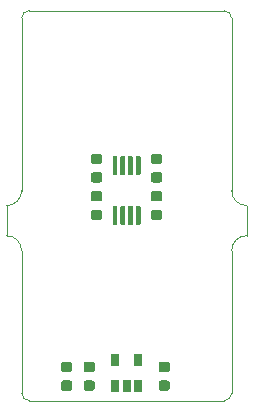
<source format=gbr>
%TF.GenerationSoftware,KiCad,Pcbnew,5.1.4-e60b266~84~ubuntu19.04.1*%
%TF.CreationDate,2020-03-25T19:35:05+00:00*%
%TF.ProjectId,ProMicro_UART,50726f4d-6963-4726-9f5f-554152542e6b,v1.2*%
%TF.SameCoordinates,Original*%
%TF.FileFunction,Paste,Bot*%
%TF.FilePolarity,Positive*%
%FSLAX45Y45*%
G04 Gerber Fmt 4.5, Leading zero omitted, Abs format (unit mm)*
G04 Created by KiCad (PCBNEW 5.1.4-e60b266~84~ubuntu19.04.1) date 2020-03-25 19:35:05*
%MOMM*%
%LPD*%
G04 APERTURE LIST*
%ADD10C,0.100000*%
%ADD11C,0.150000*%
%ADD12C,0.875000*%
%ADD13C,0.400000*%
%ADD14R,0.650000X1.060000*%
G04 APERTURE END LIST*
D10*
X10033000Y-7302500D02*
X10033000Y-8763000D01*
X10033000Y-9271000D02*
X10033000Y-10477500D01*
X9906000Y-9144000D02*
G75*
G02X10033000Y-9271000I0J-127000D01*
G01*
X10033000Y-8763000D02*
G75*
G02X9906000Y-8890000I-127000J0D01*
G01*
X9906000Y-9144000D02*
X9906000Y-8890000D01*
X11811000Y-7302500D02*
X11811000Y-8763000D01*
X11938000Y-8890000D02*
X11938000Y-9144000D01*
X11811000Y-9271000D02*
G75*
G02X11938000Y-9144000I127000J0D01*
G01*
X11938000Y-8890000D02*
G75*
G02X11811000Y-8763000I0J127000D01*
G01*
X10096500Y-10541000D02*
G75*
G02X10033000Y-10477500I0J63500D01*
G01*
X11811000Y-10477500D02*
G75*
G02X11747500Y-10541000I-63500J0D01*
G01*
X11747500Y-7239000D02*
G75*
G02X11811000Y-7302500I0J-63500D01*
G01*
X10033000Y-7302500D02*
G75*
G02X10096500Y-7239000I63500J0D01*
G01*
X11747500Y-10541000D02*
X10096500Y-10541000D01*
X11811000Y-9271000D02*
X11811000Y-10477500D01*
X10096500Y-7239000D02*
X11747500Y-7239000D01*
D11*
G36*
X10695769Y-8607605D02*
G01*
X10697893Y-8607920D01*
X10699975Y-8608442D01*
X10701996Y-8609165D01*
X10703937Y-8610083D01*
X10705778Y-8611187D01*
X10707502Y-8612465D01*
X10709093Y-8613907D01*
X10710535Y-8615498D01*
X10711813Y-8617222D01*
X10712917Y-8619063D01*
X10713835Y-8621004D01*
X10714558Y-8623025D01*
X10715080Y-8625107D01*
X10715395Y-8627231D01*
X10715500Y-8629375D01*
X10715500Y-8673125D01*
X10715395Y-8675269D01*
X10715080Y-8677393D01*
X10714558Y-8679475D01*
X10713835Y-8681496D01*
X10712917Y-8683437D01*
X10711813Y-8685278D01*
X10710535Y-8687002D01*
X10709093Y-8688593D01*
X10707502Y-8690035D01*
X10705778Y-8691313D01*
X10703937Y-8692417D01*
X10701996Y-8693335D01*
X10699975Y-8694058D01*
X10697893Y-8694580D01*
X10695769Y-8694895D01*
X10693625Y-8695000D01*
X10642375Y-8695000D01*
X10640231Y-8694895D01*
X10638107Y-8694580D01*
X10636025Y-8694058D01*
X10634004Y-8693335D01*
X10632063Y-8692417D01*
X10630222Y-8691313D01*
X10628498Y-8690035D01*
X10626907Y-8688593D01*
X10625465Y-8687002D01*
X10624187Y-8685278D01*
X10623083Y-8683437D01*
X10622165Y-8681496D01*
X10621442Y-8679475D01*
X10620920Y-8677393D01*
X10620605Y-8675269D01*
X10620500Y-8673125D01*
X10620500Y-8629375D01*
X10620605Y-8627231D01*
X10620920Y-8625107D01*
X10621442Y-8623025D01*
X10622165Y-8621004D01*
X10623083Y-8619063D01*
X10624187Y-8617222D01*
X10625465Y-8615498D01*
X10626907Y-8613907D01*
X10628498Y-8612465D01*
X10630222Y-8611187D01*
X10632063Y-8610083D01*
X10634004Y-8609165D01*
X10636025Y-8608442D01*
X10638107Y-8607920D01*
X10640231Y-8607605D01*
X10642375Y-8607500D01*
X10693625Y-8607500D01*
X10695769Y-8607605D01*
X10695769Y-8607605D01*
G37*
D12*
X10668000Y-8651250D03*
D11*
G36*
X10695769Y-8450105D02*
G01*
X10697893Y-8450420D01*
X10699975Y-8450942D01*
X10701996Y-8451665D01*
X10703937Y-8452583D01*
X10705778Y-8453687D01*
X10707502Y-8454965D01*
X10709093Y-8456407D01*
X10710535Y-8457998D01*
X10711813Y-8459722D01*
X10712917Y-8461563D01*
X10713835Y-8463504D01*
X10714558Y-8465525D01*
X10715080Y-8467607D01*
X10715395Y-8469731D01*
X10715500Y-8471875D01*
X10715500Y-8515625D01*
X10715395Y-8517769D01*
X10715080Y-8519893D01*
X10714558Y-8521975D01*
X10713835Y-8523996D01*
X10712917Y-8525937D01*
X10711813Y-8527778D01*
X10710535Y-8529502D01*
X10709093Y-8531093D01*
X10707502Y-8532535D01*
X10705778Y-8533813D01*
X10703937Y-8534917D01*
X10701996Y-8535835D01*
X10699975Y-8536558D01*
X10697893Y-8537080D01*
X10695769Y-8537395D01*
X10693625Y-8537500D01*
X10642375Y-8537500D01*
X10640231Y-8537395D01*
X10638107Y-8537080D01*
X10636025Y-8536558D01*
X10634004Y-8535835D01*
X10632063Y-8534917D01*
X10630222Y-8533813D01*
X10628498Y-8532535D01*
X10626907Y-8531093D01*
X10625465Y-8529502D01*
X10624187Y-8527778D01*
X10623083Y-8525937D01*
X10622165Y-8523996D01*
X10621442Y-8521975D01*
X10620920Y-8519893D01*
X10620605Y-8517769D01*
X10620500Y-8515625D01*
X10620500Y-8471875D01*
X10620605Y-8469731D01*
X10620920Y-8467607D01*
X10621442Y-8465525D01*
X10622165Y-8463504D01*
X10623083Y-8461563D01*
X10624187Y-8459722D01*
X10625465Y-8457998D01*
X10626907Y-8456407D01*
X10628498Y-8454965D01*
X10630222Y-8453687D01*
X10632063Y-8452583D01*
X10634004Y-8451665D01*
X10636025Y-8450942D01*
X10638107Y-8450420D01*
X10640231Y-8450105D01*
X10642375Y-8450000D01*
X10693625Y-8450000D01*
X10695769Y-8450105D01*
X10695769Y-8450105D01*
G37*
D12*
X10668000Y-8493750D03*
D11*
G36*
X10695769Y-8925105D02*
G01*
X10697893Y-8925420D01*
X10699975Y-8925942D01*
X10701996Y-8926665D01*
X10703937Y-8927583D01*
X10705778Y-8928687D01*
X10707502Y-8929965D01*
X10709093Y-8931407D01*
X10710535Y-8932998D01*
X10711813Y-8934722D01*
X10712917Y-8936563D01*
X10713835Y-8938504D01*
X10714558Y-8940525D01*
X10715080Y-8942607D01*
X10715395Y-8944731D01*
X10715500Y-8946875D01*
X10715500Y-8990625D01*
X10715395Y-8992769D01*
X10715080Y-8994893D01*
X10714558Y-8996975D01*
X10713835Y-8998996D01*
X10712917Y-9000937D01*
X10711813Y-9002778D01*
X10710535Y-9004502D01*
X10709093Y-9006093D01*
X10707502Y-9007535D01*
X10705778Y-9008813D01*
X10703937Y-9009917D01*
X10701996Y-9010835D01*
X10699975Y-9011558D01*
X10697893Y-9012080D01*
X10695769Y-9012395D01*
X10693625Y-9012500D01*
X10642375Y-9012500D01*
X10640231Y-9012395D01*
X10638107Y-9012080D01*
X10636025Y-9011558D01*
X10634004Y-9010835D01*
X10632063Y-9009917D01*
X10630222Y-9008813D01*
X10628498Y-9007535D01*
X10626907Y-9006093D01*
X10625465Y-9004502D01*
X10624187Y-9002778D01*
X10623083Y-9000937D01*
X10622165Y-8998996D01*
X10621442Y-8996975D01*
X10620920Y-8994893D01*
X10620605Y-8992769D01*
X10620500Y-8990625D01*
X10620500Y-8946875D01*
X10620605Y-8944731D01*
X10620920Y-8942607D01*
X10621442Y-8940525D01*
X10622165Y-8938504D01*
X10623083Y-8936563D01*
X10624187Y-8934722D01*
X10625465Y-8932998D01*
X10626907Y-8931407D01*
X10628498Y-8929965D01*
X10630222Y-8928687D01*
X10632063Y-8927583D01*
X10634004Y-8926665D01*
X10636025Y-8925942D01*
X10638107Y-8925420D01*
X10640231Y-8925105D01*
X10642375Y-8925000D01*
X10693625Y-8925000D01*
X10695769Y-8925105D01*
X10695769Y-8925105D01*
G37*
D12*
X10668000Y-8968750D03*
D11*
G36*
X10695769Y-8767605D02*
G01*
X10697893Y-8767920D01*
X10699975Y-8768442D01*
X10701996Y-8769165D01*
X10703937Y-8770083D01*
X10705778Y-8771187D01*
X10707502Y-8772465D01*
X10709093Y-8773907D01*
X10710535Y-8775498D01*
X10711813Y-8777222D01*
X10712917Y-8779063D01*
X10713835Y-8781004D01*
X10714558Y-8783025D01*
X10715080Y-8785107D01*
X10715395Y-8787231D01*
X10715500Y-8789375D01*
X10715500Y-8833125D01*
X10715395Y-8835269D01*
X10715080Y-8837393D01*
X10714558Y-8839475D01*
X10713835Y-8841496D01*
X10712917Y-8843437D01*
X10711813Y-8845278D01*
X10710535Y-8847002D01*
X10709093Y-8848593D01*
X10707502Y-8850035D01*
X10705778Y-8851313D01*
X10703937Y-8852417D01*
X10701996Y-8853335D01*
X10699975Y-8854058D01*
X10697893Y-8854580D01*
X10695769Y-8854895D01*
X10693625Y-8855000D01*
X10642375Y-8855000D01*
X10640231Y-8854895D01*
X10638107Y-8854580D01*
X10636025Y-8854058D01*
X10634004Y-8853335D01*
X10632063Y-8852417D01*
X10630222Y-8851313D01*
X10628498Y-8850035D01*
X10626907Y-8848593D01*
X10625465Y-8847002D01*
X10624187Y-8845278D01*
X10623083Y-8843437D01*
X10622165Y-8841496D01*
X10621442Y-8839475D01*
X10620920Y-8837393D01*
X10620605Y-8835269D01*
X10620500Y-8833125D01*
X10620500Y-8789375D01*
X10620605Y-8787231D01*
X10620920Y-8785107D01*
X10621442Y-8783025D01*
X10622165Y-8781004D01*
X10623083Y-8779063D01*
X10624187Y-8777222D01*
X10625465Y-8775498D01*
X10626907Y-8773907D01*
X10628498Y-8772465D01*
X10630222Y-8771187D01*
X10632063Y-8770083D01*
X10634004Y-8769165D01*
X10636025Y-8768442D01*
X10638107Y-8767920D01*
X10640231Y-8767605D01*
X10642375Y-8767500D01*
X10693625Y-8767500D01*
X10695769Y-8767605D01*
X10695769Y-8767605D01*
G37*
D12*
X10668000Y-8811250D03*
D11*
G36*
X11203769Y-8450105D02*
G01*
X11205893Y-8450420D01*
X11207975Y-8450942D01*
X11209996Y-8451665D01*
X11211937Y-8452583D01*
X11213778Y-8453687D01*
X11215502Y-8454965D01*
X11217093Y-8456407D01*
X11218535Y-8457998D01*
X11219813Y-8459722D01*
X11220917Y-8461563D01*
X11221835Y-8463504D01*
X11222558Y-8465525D01*
X11223080Y-8467607D01*
X11223395Y-8469731D01*
X11223500Y-8471875D01*
X11223500Y-8515625D01*
X11223395Y-8517769D01*
X11223080Y-8519893D01*
X11222558Y-8521975D01*
X11221835Y-8523996D01*
X11220917Y-8525937D01*
X11219813Y-8527778D01*
X11218535Y-8529502D01*
X11217093Y-8531093D01*
X11215502Y-8532535D01*
X11213778Y-8533813D01*
X11211937Y-8534917D01*
X11209996Y-8535835D01*
X11207975Y-8536558D01*
X11205893Y-8537080D01*
X11203769Y-8537395D01*
X11201625Y-8537500D01*
X11150375Y-8537500D01*
X11148231Y-8537395D01*
X11146107Y-8537080D01*
X11144025Y-8536558D01*
X11142004Y-8535835D01*
X11140063Y-8534917D01*
X11138222Y-8533813D01*
X11136498Y-8532535D01*
X11134907Y-8531093D01*
X11133465Y-8529502D01*
X11132187Y-8527778D01*
X11131083Y-8525937D01*
X11130165Y-8523996D01*
X11129442Y-8521975D01*
X11128920Y-8519893D01*
X11128605Y-8517769D01*
X11128500Y-8515625D01*
X11128500Y-8471875D01*
X11128605Y-8469731D01*
X11128920Y-8467607D01*
X11129442Y-8465525D01*
X11130165Y-8463504D01*
X11131083Y-8461563D01*
X11132187Y-8459722D01*
X11133465Y-8457998D01*
X11134907Y-8456407D01*
X11136498Y-8454965D01*
X11138222Y-8453687D01*
X11140063Y-8452583D01*
X11142004Y-8451665D01*
X11144025Y-8450942D01*
X11146107Y-8450420D01*
X11148231Y-8450105D01*
X11150375Y-8450000D01*
X11201625Y-8450000D01*
X11203769Y-8450105D01*
X11203769Y-8450105D01*
G37*
D12*
X11176000Y-8493750D03*
D11*
G36*
X11203769Y-8607605D02*
G01*
X11205893Y-8607920D01*
X11207975Y-8608442D01*
X11209996Y-8609165D01*
X11211937Y-8610083D01*
X11213778Y-8611187D01*
X11215502Y-8612465D01*
X11217093Y-8613907D01*
X11218535Y-8615498D01*
X11219813Y-8617222D01*
X11220917Y-8619063D01*
X11221835Y-8621004D01*
X11222558Y-8623025D01*
X11223080Y-8625107D01*
X11223395Y-8627231D01*
X11223500Y-8629375D01*
X11223500Y-8673125D01*
X11223395Y-8675269D01*
X11223080Y-8677393D01*
X11222558Y-8679475D01*
X11221835Y-8681496D01*
X11220917Y-8683437D01*
X11219813Y-8685278D01*
X11218535Y-8687002D01*
X11217093Y-8688593D01*
X11215502Y-8690035D01*
X11213778Y-8691313D01*
X11211937Y-8692417D01*
X11209996Y-8693335D01*
X11207975Y-8694058D01*
X11205893Y-8694580D01*
X11203769Y-8694895D01*
X11201625Y-8695000D01*
X11150375Y-8695000D01*
X11148231Y-8694895D01*
X11146107Y-8694580D01*
X11144025Y-8694058D01*
X11142004Y-8693335D01*
X11140063Y-8692417D01*
X11138222Y-8691313D01*
X11136498Y-8690035D01*
X11134907Y-8688593D01*
X11133465Y-8687002D01*
X11132187Y-8685278D01*
X11131083Y-8683437D01*
X11130165Y-8681496D01*
X11129442Y-8679475D01*
X11128920Y-8677393D01*
X11128605Y-8675269D01*
X11128500Y-8673125D01*
X11128500Y-8629375D01*
X11128605Y-8627231D01*
X11128920Y-8625107D01*
X11129442Y-8623025D01*
X11130165Y-8621004D01*
X11131083Y-8619063D01*
X11132187Y-8617222D01*
X11133465Y-8615498D01*
X11134907Y-8613907D01*
X11136498Y-8612465D01*
X11138222Y-8611187D01*
X11140063Y-8610083D01*
X11142004Y-8609165D01*
X11144025Y-8608442D01*
X11146107Y-8607920D01*
X11148231Y-8607605D01*
X11150375Y-8607500D01*
X11201625Y-8607500D01*
X11203769Y-8607605D01*
X11203769Y-8607605D01*
G37*
D12*
X11176000Y-8651250D03*
D11*
G36*
X11203769Y-8767605D02*
G01*
X11205893Y-8767920D01*
X11207975Y-8768442D01*
X11209996Y-8769165D01*
X11211937Y-8770083D01*
X11213778Y-8771187D01*
X11215502Y-8772465D01*
X11217093Y-8773907D01*
X11218535Y-8775498D01*
X11219813Y-8777222D01*
X11220917Y-8779063D01*
X11221835Y-8781004D01*
X11222558Y-8783025D01*
X11223080Y-8785107D01*
X11223395Y-8787231D01*
X11223500Y-8789375D01*
X11223500Y-8833125D01*
X11223395Y-8835269D01*
X11223080Y-8837393D01*
X11222558Y-8839475D01*
X11221835Y-8841496D01*
X11220917Y-8843437D01*
X11219813Y-8845278D01*
X11218535Y-8847002D01*
X11217093Y-8848593D01*
X11215502Y-8850035D01*
X11213778Y-8851313D01*
X11211937Y-8852417D01*
X11209996Y-8853335D01*
X11207975Y-8854058D01*
X11205893Y-8854580D01*
X11203769Y-8854895D01*
X11201625Y-8855000D01*
X11150375Y-8855000D01*
X11148231Y-8854895D01*
X11146107Y-8854580D01*
X11144025Y-8854058D01*
X11142004Y-8853335D01*
X11140063Y-8852417D01*
X11138222Y-8851313D01*
X11136498Y-8850035D01*
X11134907Y-8848593D01*
X11133465Y-8847002D01*
X11132187Y-8845278D01*
X11131083Y-8843437D01*
X11130165Y-8841496D01*
X11129442Y-8839475D01*
X11128920Y-8837393D01*
X11128605Y-8835269D01*
X11128500Y-8833125D01*
X11128500Y-8789375D01*
X11128605Y-8787231D01*
X11128920Y-8785107D01*
X11129442Y-8783025D01*
X11130165Y-8781004D01*
X11131083Y-8779063D01*
X11132187Y-8777222D01*
X11133465Y-8775498D01*
X11134907Y-8773907D01*
X11136498Y-8772465D01*
X11138222Y-8771187D01*
X11140063Y-8770083D01*
X11142004Y-8769165D01*
X11144025Y-8768442D01*
X11146107Y-8767920D01*
X11148231Y-8767605D01*
X11150375Y-8767500D01*
X11201625Y-8767500D01*
X11203769Y-8767605D01*
X11203769Y-8767605D01*
G37*
D12*
X11176000Y-8811250D03*
D11*
G36*
X11203769Y-8925105D02*
G01*
X11205893Y-8925420D01*
X11207975Y-8925942D01*
X11209996Y-8926665D01*
X11211937Y-8927583D01*
X11213778Y-8928687D01*
X11215502Y-8929965D01*
X11217093Y-8931407D01*
X11218535Y-8932998D01*
X11219813Y-8934722D01*
X11220917Y-8936563D01*
X11221835Y-8938504D01*
X11222558Y-8940525D01*
X11223080Y-8942607D01*
X11223395Y-8944731D01*
X11223500Y-8946875D01*
X11223500Y-8990625D01*
X11223395Y-8992769D01*
X11223080Y-8994893D01*
X11222558Y-8996975D01*
X11221835Y-8998996D01*
X11220917Y-9000937D01*
X11219813Y-9002778D01*
X11218535Y-9004502D01*
X11217093Y-9006093D01*
X11215502Y-9007535D01*
X11213778Y-9008813D01*
X11211937Y-9009917D01*
X11209996Y-9010835D01*
X11207975Y-9011558D01*
X11205893Y-9012080D01*
X11203769Y-9012395D01*
X11201625Y-9012500D01*
X11150375Y-9012500D01*
X11148231Y-9012395D01*
X11146107Y-9012080D01*
X11144025Y-9011558D01*
X11142004Y-9010835D01*
X11140063Y-9009917D01*
X11138222Y-9008813D01*
X11136498Y-9007535D01*
X11134907Y-9006093D01*
X11133465Y-9004502D01*
X11132187Y-9002778D01*
X11131083Y-9000937D01*
X11130165Y-8998996D01*
X11129442Y-8996975D01*
X11128920Y-8994893D01*
X11128605Y-8992769D01*
X11128500Y-8990625D01*
X11128500Y-8946875D01*
X11128605Y-8944731D01*
X11128920Y-8942607D01*
X11129442Y-8940525D01*
X11130165Y-8938504D01*
X11131083Y-8936563D01*
X11132187Y-8934722D01*
X11133465Y-8932998D01*
X11134907Y-8931407D01*
X11136498Y-8929965D01*
X11138222Y-8928687D01*
X11140063Y-8927583D01*
X11142004Y-8926665D01*
X11144025Y-8925942D01*
X11146107Y-8925420D01*
X11148231Y-8925105D01*
X11150375Y-8925000D01*
X11201625Y-8925000D01*
X11203769Y-8925105D01*
X11203769Y-8925105D01*
G37*
D12*
X11176000Y-8968750D03*
D11*
G36*
X11030480Y-8470548D02*
G01*
X11031451Y-8470692D01*
X11032403Y-8470931D01*
X11033327Y-8471261D01*
X11034214Y-8471681D01*
X11035056Y-8472185D01*
X11035844Y-8472770D01*
X11036571Y-8473429D01*
X11037230Y-8474156D01*
X11037815Y-8474944D01*
X11038319Y-8475786D01*
X11038739Y-8476673D01*
X11039069Y-8477597D01*
X11039308Y-8478549D01*
X11039452Y-8479520D01*
X11039500Y-8480500D01*
X11039500Y-8623000D01*
X11039452Y-8623980D01*
X11039308Y-8624951D01*
X11039069Y-8625903D01*
X11038739Y-8626827D01*
X11038319Y-8627714D01*
X11037815Y-8628556D01*
X11037230Y-8629344D01*
X11036571Y-8630071D01*
X11035844Y-8630730D01*
X11035056Y-8631315D01*
X11034214Y-8631819D01*
X11033327Y-8632239D01*
X11032403Y-8632569D01*
X11031451Y-8632808D01*
X11030480Y-8632952D01*
X11029500Y-8633000D01*
X11009500Y-8633000D01*
X11008520Y-8632952D01*
X11007549Y-8632808D01*
X11006597Y-8632569D01*
X11005673Y-8632239D01*
X11004786Y-8631819D01*
X11003944Y-8631315D01*
X11003156Y-8630730D01*
X11002429Y-8630071D01*
X11001770Y-8629344D01*
X11001185Y-8628556D01*
X11000681Y-8627714D01*
X11000261Y-8626827D01*
X10999931Y-8625903D01*
X10999692Y-8624951D01*
X10999548Y-8623980D01*
X10999500Y-8623000D01*
X10999500Y-8480500D01*
X10999548Y-8479520D01*
X10999692Y-8478549D01*
X10999931Y-8477597D01*
X11000261Y-8476673D01*
X11000681Y-8475786D01*
X11001185Y-8474944D01*
X11001770Y-8474156D01*
X11002429Y-8473429D01*
X11003156Y-8472770D01*
X11003944Y-8472185D01*
X11004786Y-8471681D01*
X11005673Y-8471261D01*
X11006597Y-8470931D01*
X11007549Y-8470692D01*
X11008520Y-8470548D01*
X11009500Y-8470500D01*
X11029500Y-8470500D01*
X11030480Y-8470548D01*
X11030480Y-8470548D01*
G37*
D13*
X11019500Y-8551750D03*
D11*
G36*
X10965480Y-8470548D02*
G01*
X10966451Y-8470692D01*
X10967403Y-8470931D01*
X10968327Y-8471261D01*
X10969214Y-8471681D01*
X10970056Y-8472185D01*
X10970844Y-8472770D01*
X10971571Y-8473429D01*
X10972230Y-8474156D01*
X10972815Y-8474944D01*
X10973319Y-8475786D01*
X10973739Y-8476673D01*
X10974069Y-8477597D01*
X10974308Y-8478549D01*
X10974452Y-8479520D01*
X10974500Y-8480500D01*
X10974500Y-8623000D01*
X10974452Y-8623980D01*
X10974308Y-8624951D01*
X10974069Y-8625903D01*
X10973739Y-8626827D01*
X10973319Y-8627714D01*
X10972815Y-8628556D01*
X10972230Y-8629344D01*
X10971571Y-8630071D01*
X10970844Y-8630730D01*
X10970056Y-8631315D01*
X10969214Y-8631819D01*
X10968327Y-8632239D01*
X10967403Y-8632569D01*
X10966451Y-8632808D01*
X10965480Y-8632952D01*
X10964500Y-8633000D01*
X10944500Y-8633000D01*
X10943520Y-8632952D01*
X10942549Y-8632808D01*
X10941597Y-8632569D01*
X10940673Y-8632239D01*
X10939786Y-8631819D01*
X10938944Y-8631315D01*
X10938156Y-8630730D01*
X10937429Y-8630071D01*
X10936770Y-8629344D01*
X10936185Y-8628556D01*
X10935681Y-8627714D01*
X10935261Y-8626827D01*
X10934931Y-8625903D01*
X10934692Y-8624951D01*
X10934548Y-8623980D01*
X10934500Y-8623000D01*
X10934500Y-8480500D01*
X10934548Y-8479520D01*
X10934692Y-8478549D01*
X10934931Y-8477597D01*
X10935261Y-8476673D01*
X10935681Y-8475786D01*
X10936185Y-8474944D01*
X10936770Y-8474156D01*
X10937429Y-8473429D01*
X10938156Y-8472770D01*
X10938944Y-8472185D01*
X10939786Y-8471681D01*
X10940673Y-8471261D01*
X10941597Y-8470931D01*
X10942549Y-8470692D01*
X10943520Y-8470548D01*
X10944500Y-8470500D01*
X10964500Y-8470500D01*
X10965480Y-8470548D01*
X10965480Y-8470548D01*
G37*
D13*
X10954500Y-8551750D03*
D11*
G36*
X10900480Y-8470548D02*
G01*
X10901451Y-8470692D01*
X10902403Y-8470931D01*
X10903327Y-8471261D01*
X10904214Y-8471681D01*
X10905056Y-8472185D01*
X10905844Y-8472770D01*
X10906571Y-8473429D01*
X10907230Y-8474156D01*
X10907815Y-8474944D01*
X10908319Y-8475786D01*
X10908739Y-8476673D01*
X10909069Y-8477597D01*
X10909308Y-8478549D01*
X10909452Y-8479520D01*
X10909500Y-8480500D01*
X10909500Y-8623000D01*
X10909452Y-8623980D01*
X10909308Y-8624951D01*
X10909069Y-8625903D01*
X10908739Y-8626827D01*
X10908319Y-8627714D01*
X10907815Y-8628556D01*
X10907230Y-8629344D01*
X10906571Y-8630071D01*
X10905844Y-8630730D01*
X10905056Y-8631315D01*
X10904214Y-8631819D01*
X10903327Y-8632239D01*
X10902403Y-8632569D01*
X10901451Y-8632808D01*
X10900480Y-8632952D01*
X10899500Y-8633000D01*
X10879500Y-8633000D01*
X10878520Y-8632952D01*
X10877549Y-8632808D01*
X10876597Y-8632569D01*
X10875673Y-8632239D01*
X10874786Y-8631819D01*
X10873944Y-8631315D01*
X10873156Y-8630730D01*
X10872429Y-8630071D01*
X10871770Y-8629344D01*
X10871185Y-8628556D01*
X10870681Y-8627714D01*
X10870261Y-8626827D01*
X10869931Y-8625903D01*
X10869692Y-8624951D01*
X10869548Y-8623980D01*
X10869500Y-8623000D01*
X10869500Y-8480500D01*
X10869548Y-8479520D01*
X10869692Y-8478549D01*
X10869931Y-8477597D01*
X10870261Y-8476673D01*
X10870681Y-8475786D01*
X10871185Y-8474944D01*
X10871770Y-8474156D01*
X10872429Y-8473429D01*
X10873156Y-8472770D01*
X10873944Y-8472185D01*
X10874786Y-8471681D01*
X10875673Y-8471261D01*
X10876597Y-8470931D01*
X10877549Y-8470692D01*
X10878520Y-8470548D01*
X10879500Y-8470500D01*
X10899500Y-8470500D01*
X10900480Y-8470548D01*
X10900480Y-8470548D01*
G37*
D13*
X10889500Y-8551750D03*
D11*
G36*
X10835480Y-8470548D02*
G01*
X10836451Y-8470692D01*
X10837403Y-8470931D01*
X10838327Y-8471261D01*
X10839214Y-8471681D01*
X10840056Y-8472185D01*
X10840844Y-8472770D01*
X10841571Y-8473429D01*
X10842230Y-8474156D01*
X10842815Y-8474944D01*
X10843319Y-8475786D01*
X10843739Y-8476673D01*
X10844069Y-8477597D01*
X10844308Y-8478549D01*
X10844452Y-8479520D01*
X10844500Y-8480500D01*
X10844500Y-8623000D01*
X10844452Y-8623980D01*
X10844308Y-8624951D01*
X10844069Y-8625903D01*
X10843739Y-8626827D01*
X10843319Y-8627714D01*
X10842815Y-8628556D01*
X10842230Y-8629344D01*
X10841571Y-8630071D01*
X10840844Y-8630730D01*
X10840056Y-8631315D01*
X10839214Y-8631819D01*
X10838327Y-8632239D01*
X10837403Y-8632569D01*
X10836451Y-8632808D01*
X10835480Y-8632952D01*
X10834500Y-8633000D01*
X10814500Y-8633000D01*
X10813520Y-8632952D01*
X10812549Y-8632808D01*
X10811597Y-8632569D01*
X10810673Y-8632239D01*
X10809786Y-8631819D01*
X10808944Y-8631315D01*
X10808156Y-8630730D01*
X10807429Y-8630071D01*
X10806770Y-8629344D01*
X10806185Y-8628556D01*
X10805681Y-8627714D01*
X10805261Y-8626827D01*
X10804931Y-8625903D01*
X10804692Y-8624951D01*
X10804548Y-8623980D01*
X10804500Y-8623000D01*
X10804500Y-8480500D01*
X10804548Y-8479520D01*
X10804692Y-8478549D01*
X10804931Y-8477597D01*
X10805261Y-8476673D01*
X10805681Y-8475786D01*
X10806185Y-8474944D01*
X10806770Y-8474156D01*
X10807429Y-8473429D01*
X10808156Y-8472770D01*
X10808944Y-8472185D01*
X10809786Y-8471681D01*
X10810673Y-8471261D01*
X10811597Y-8470931D01*
X10812549Y-8470692D01*
X10813520Y-8470548D01*
X10814500Y-8470500D01*
X10834500Y-8470500D01*
X10835480Y-8470548D01*
X10835480Y-8470548D01*
G37*
D13*
X10824500Y-8551750D03*
D11*
G36*
X10835480Y-8893048D02*
G01*
X10836451Y-8893192D01*
X10837403Y-8893431D01*
X10838327Y-8893761D01*
X10839214Y-8894181D01*
X10840056Y-8894685D01*
X10840844Y-8895270D01*
X10841571Y-8895929D01*
X10842230Y-8896656D01*
X10842815Y-8897444D01*
X10843319Y-8898286D01*
X10843739Y-8899173D01*
X10844069Y-8900097D01*
X10844308Y-8901049D01*
X10844452Y-8902020D01*
X10844500Y-8903000D01*
X10844500Y-9045500D01*
X10844452Y-9046480D01*
X10844308Y-9047451D01*
X10844069Y-9048403D01*
X10843739Y-9049327D01*
X10843319Y-9050214D01*
X10842815Y-9051056D01*
X10842230Y-9051844D01*
X10841571Y-9052571D01*
X10840844Y-9053230D01*
X10840056Y-9053815D01*
X10839214Y-9054319D01*
X10838327Y-9054739D01*
X10837403Y-9055069D01*
X10836451Y-9055308D01*
X10835480Y-9055452D01*
X10834500Y-9055500D01*
X10814500Y-9055500D01*
X10813520Y-9055452D01*
X10812549Y-9055308D01*
X10811597Y-9055069D01*
X10810673Y-9054739D01*
X10809786Y-9054319D01*
X10808944Y-9053815D01*
X10808156Y-9053230D01*
X10807429Y-9052571D01*
X10806770Y-9051844D01*
X10806185Y-9051056D01*
X10805681Y-9050214D01*
X10805261Y-9049327D01*
X10804931Y-9048403D01*
X10804692Y-9047451D01*
X10804548Y-9046480D01*
X10804500Y-9045500D01*
X10804500Y-8903000D01*
X10804548Y-8902020D01*
X10804692Y-8901049D01*
X10804931Y-8900097D01*
X10805261Y-8899173D01*
X10805681Y-8898286D01*
X10806185Y-8897444D01*
X10806770Y-8896656D01*
X10807429Y-8895929D01*
X10808156Y-8895270D01*
X10808944Y-8894685D01*
X10809786Y-8894181D01*
X10810673Y-8893761D01*
X10811597Y-8893431D01*
X10812549Y-8893192D01*
X10813520Y-8893048D01*
X10814500Y-8893000D01*
X10834500Y-8893000D01*
X10835480Y-8893048D01*
X10835480Y-8893048D01*
G37*
D13*
X10824500Y-8974250D03*
D11*
G36*
X10900480Y-8893048D02*
G01*
X10901451Y-8893192D01*
X10902403Y-8893431D01*
X10903327Y-8893761D01*
X10904214Y-8894181D01*
X10905056Y-8894685D01*
X10905844Y-8895270D01*
X10906571Y-8895929D01*
X10907230Y-8896656D01*
X10907815Y-8897444D01*
X10908319Y-8898286D01*
X10908739Y-8899173D01*
X10909069Y-8900097D01*
X10909308Y-8901049D01*
X10909452Y-8902020D01*
X10909500Y-8903000D01*
X10909500Y-9045500D01*
X10909452Y-9046480D01*
X10909308Y-9047451D01*
X10909069Y-9048403D01*
X10908739Y-9049327D01*
X10908319Y-9050214D01*
X10907815Y-9051056D01*
X10907230Y-9051844D01*
X10906571Y-9052571D01*
X10905844Y-9053230D01*
X10905056Y-9053815D01*
X10904214Y-9054319D01*
X10903327Y-9054739D01*
X10902403Y-9055069D01*
X10901451Y-9055308D01*
X10900480Y-9055452D01*
X10899500Y-9055500D01*
X10879500Y-9055500D01*
X10878520Y-9055452D01*
X10877549Y-9055308D01*
X10876597Y-9055069D01*
X10875673Y-9054739D01*
X10874786Y-9054319D01*
X10873944Y-9053815D01*
X10873156Y-9053230D01*
X10872429Y-9052571D01*
X10871770Y-9051844D01*
X10871185Y-9051056D01*
X10870681Y-9050214D01*
X10870261Y-9049327D01*
X10869931Y-9048403D01*
X10869692Y-9047451D01*
X10869548Y-9046480D01*
X10869500Y-9045500D01*
X10869500Y-8903000D01*
X10869548Y-8902020D01*
X10869692Y-8901049D01*
X10869931Y-8900097D01*
X10870261Y-8899173D01*
X10870681Y-8898286D01*
X10871185Y-8897444D01*
X10871770Y-8896656D01*
X10872429Y-8895929D01*
X10873156Y-8895270D01*
X10873944Y-8894685D01*
X10874786Y-8894181D01*
X10875673Y-8893761D01*
X10876597Y-8893431D01*
X10877549Y-8893192D01*
X10878520Y-8893048D01*
X10879500Y-8893000D01*
X10899500Y-8893000D01*
X10900480Y-8893048D01*
X10900480Y-8893048D01*
G37*
D13*
X10889500Y-8974250D03*
D11*
G36*
X10965480Y-8893048D02*
G01*
X10966451Y-8893192D01*
X10967403Y-8893431D01*
X10968327Y-8893761D01*
X10969214Y-8894181D01*
X10970056Y-8894685D01*
X10970844Y-8895270D01*
X10971571Y-8895929D01*
X10972230Y-8896656D01*
X10972815Y-8897444D01*
X10973319Y-8898286D01*
X10973739Y-8899173D01*
X10974069Y-8900097D01*
X10974308Y-8901049D01*
X10974452Y-8902020D01*
X10974500Y-8903000D01*
X10974500Y-9045500D01*
X10974452Y-9046480D01*
X10974308Y-9047451D01*
X10974069Y-9048403D01*
X10973739Y-9049327D01*
X10973319Y-9050214D01*
X10972815Y-9051056D01*
X10972230Y-9051844D01*
X10971571Y-9052571D01*
X10970844Y-9053230D01*
X10970056Y-9053815D01*
X10969214Y-9054319D01*
X10968327Y-9054739D01*
X10967403Y-9055069D01*
X10966451Y-9055308D01*
X10965480Y-9055452D01*
X10964500Y-9055500D01*
X10944500Y-9055500D01*
X10943520Y-9055452D01*
X10942549Y-9055308D01*
X10941597Y-9055069D01*
X10940673Y-9054739D01*
X10939786Y-9054319D01*
X10938944Y-9053815D01*
X10938156Y-9053230D01*
X10937429Y-9052571D01*
X10936770Y-9051844D01*
X10936185Y-9051056D01*
X10935681Y-9050214D01*
X10935261Y-9049327D01*
X10934931Y-9048403D01*
X10934692Y-9047451D01*
X10934548Y-9046480D01*
X10934500Y-9045500D01*
X10934500Y-8903000D01*
X10934548Y-8902020D01*
X10934692Y-8901049D01*
X10934931Y-8900097D01*
X10935261Y-8899173D01*
X10935681Y-8898286D01*
X10936185Y-8897444D01*
X10936770Y-8896656D01*
X10937429Y-8895929D01*
X10938156Y-8895270D01*
X10938944Y-8894685D01*
X10939786Y-8894181D01*
X10940673Y-8893761D01*
X10941597Y-8893431D01*
X10942549Y-8893192D01*
X10943520Y-8893048D01*
X10944500Y-8893000D01*
X10964500Y-8893000D01*
X10965480Y-8893048D01*
X10965480Y-8893048D01*
G37*
D13*
X10954500Y-8974250D03*
D11*
G36*
X11030480Y-8893048D02*
G01*
X11031451Y-8893192D01*
X11032403Y-8893431D01*
X11033327Y-8893761D01*
X11034214Y-8894181D01*
X11035056Y-8894685D01*
X11035844Y-8895270D01*
X11036571Y-8895929D01*
X11037230Y-8896656D01*
X11037815Y-8897444D01*
X11038319Y-8898286D01*
X11038739Y-8899173D01*
X11039069Y-8900097D01*
X11039308Y-8901049D01*
X11039452Y-8902020D01*
X11039500Y-8903000D01*
X11039500Y-9045500D01*
X11039452Y-9046480D01*
X11039308Y-9047451D01*
X11039069Y-9048403D01*
X11038739Y-9049327D01*
X11038319Y-9050214D01*
X11037815Y-9051056D01*
X11037230Y-9051844D01*
X11036571Y-9052571D01*
X11035844Y-9053230D01*
X11035056Y-9053815D01*
X11034214Y-9054319D01*
X11033327Y-9054739D01*
X11032403Y-9055069D01*
X11031451Y-9055308D01*
X11030480Y-9055452D01*
X11029500Y-9055500D01*
X11009500Y-9055500D01*
X11008520Y-9055452D01*
X11007549Y-9055308D01*
X11006597Y-9055069D01*
X11005673Y-9054739D01*
X11004786Y-9054319D01*
X11003944Y-9053815D01*
X11003156Y-9053230D01*
X11002429Y-9052571D01*
X11001770Y-9051844D01*
X11001185Y-9051056D01*
X11000681Y-9050214D01*
X11000261Y-9049327D01*
X10999931Y-9048403D01*
X10999692Y-9047451D01*
X10999548Y-9046480D01*
X10999500Y-9045500D01*
X10999500Y-8903000D01*
X10999548Y-8902020D01*
X10999692Y-8901049D01*
X10999931Y-8900097D01*
X11000261Y-8899173D01*
X11000681Y-8898286D01*
X11001185Y-8897444D01*
X11001770Y-8896656D01*
X11002429Y-8895929D01*
X11003156Y-8895270D01*
X11003944Y-8894685D01*
X11004786Y-8894181D01*
X11005673Y-8893761D01*
X11006597Y-8893431D01*
X11007549Y-8893192D01*
X11008520Y-8893048D01*
X11009500Y-8893000D01*
X11029500Y-8893000D01*
X11030480Y-8893048D01*
X11030480Y-8893048D01*
G37*
D13*
X11019500Y-8974250D03*
D11*
G36*
X11267269Y-10370355D02*
G01*
X11269393Y-10370670D01*
X11271475Y-10371192D01*
X11273496Y-10371915D01*
X11275437Y-10372833D01*
X11277278Y-10373937D01*
X11279002Y-10375215D01*
X11280593Y-10376657D01*
X11282035Y-10378248D01*
X11283313Y-10379972D01*
X11284417Y-10381813D01*
X11285335Y-10383754D01*
X11286058Y-10385775D01*
X11286580Y-10387857D01*
X11286895Y-10389981D01*
X11287000Y-10392125D01*
X11287000Y-10435875D01*
X11286895Y-10438019D01*
X11286580Y-10440143D01*
X11286058Y-10442225D01*
X11285335Y-10444246D01*
X11284417Y-10446187D01*
X11283313Y-10448028D01*
X11282035Y-10449752D01*
X11280593Y-10451343D01*
X11279002Y-10452785D01*
X11277278Y-10454063D01*
X11275437Y-10455167D01*
X11273496Y-10456085D01*
X11271475Y-10456808D01*
X11269393Y-10457330D01*
X11267269Y-10457645D01*
X11265125Y-10457750D01*
X11213875Y-10457750D01*
X11211731Y-10457645D01*
X11209607Y-10457330D01*
X11207525Y-10456808D01*
X11205504Y-10456085D01*
X11203563Y-10455167D01*
X11201722Y-10454063D01*
X11199998Y-10452785D01*
X11198407Y-10451343D01*
X11196965Y-10449752D01*
X11195687Y-10448028D01*
X11194583Y-10446187D01*
X11193665Y-10444246D01*
X11192942Y-10442225D01*
X11192420Y-10440143D01*
X11192105Y-10438019D01*
X11192000Y-10435875D01*
X11192000Y-10392125D01*
X11192105Y-10389981D01*
X11192420Y-10387857D01*
X11192942Y-10385775D01*
X11193665Y-10383754D01*
X11194583Y-10381813D01*
X11195687Y-10379972D01*
X11196965Y-10378248D01*
X11198407Y-10376657D01*
X11199998Y-10375215D01*
X11201722Y-10373937D01*
X11203563Y-10372833D01*
X11205504Y-10371915D01*
X11207525Y-10371192D01*
X11209607Y-10370670D01*
X11211731Y-10370355D01*
X11213875Y-10370250D01*
X11265125Y-10370250D01*
X11267269Y-10370355D01*
X11267269Y-10370355D01*
G37*
D12*
X11239500Y-10414000D03*
D11*
G36*
X11267269Y-10212855D02*
G01*
X11269393Y-10213170D01*
X11271475Y-10213692D01*
X11273496Y-10214415D01*
X11275437Y-10215333D01*
X11277278Y-10216437D01*
X11279002Y-10217715D01*
X11280593Y-10219157D01*
X11282035Y-10220748D01*
X11283313Y-10222472D01*
X11284417Y-10224313D01*
X11285335Y-10226254D01*
X11286058Y-10228275D01*
X11286580Y-10230357D01*
X11286895Y-10232481D01*
X11287000Y-10234625D01*
X11287000Y-10278375D01*
X11286895Y-10280519D01*
X11286580Y-10282643D01*
X11286058Y-10284725D01*
X11285335Y-10286746D01*
X11284417Y-10288687D01*
X11283313Y-10290528D01*
X11282035Y-10292252D01*
X11280593Y-10293843D01*
X11279002Y-10295285D01*
X11277278Y-10296563D01*
X11275437Y-10297667D01*
X11273496Y-10298585D01*
X11271475Y-10299308D01*
X11269393Y-10299830D01*
X11267269Y-10300145D01*
X11265125Y-10300250D01*
X11213875Y-10300250D01*
X11211731Y-10300145D01*
X11209607Y-10299830D01*
X11207525Y-10299308D01*
X11205504Y-10298585D01*
X11203563Y-10297667D01*
X11201722Y-10296563D01*
X11199998Y-10295285D01*
X11198407Y-10293843D01*
X11196965Y-10292252D01*
X11195687Y-10290528D01*
X11194583Y-10288687D01*
X11193665Y-10286746D01*
X11192942Y-10284725D01*
X11192420Y-10282643D01*
X11192105Y-10280519D01*
X11192000Y-10278375D01*
X11192000Y-10234625D01*
X11192105Y-10232481D01*
X11192420Y-10230357D01*
X11192942Y-10228275D01*
X11193665Y-10226254D01*
X11194583Y-10224313D01*
X11195687Y-10222472D01*
X11196965Y-10220748D01*
X11198407Y-10219157D01*
X11199998Y-10217715D01*
X11201722Y-10216437D01*
X11203563Y-10215333D01*
X11205504Y-10214415D01*
X11207525Y-10213692D01*
X11209607Y-10213170D01*
X11211731Y-10212855D01*
X11213875Y-10212750D01*
X11265125Y-10212750D01*
X11267269Y-10212855D01*
X11267269Y-10212855D01*
G37*
D12*
X11239500Y-10256500D03*
D11*
G36*
X10632269Y-10212855D02*
G01*
X10634393Y-10213170D01*
X10636475Y-10213692D01*
X10638496Y-10214415D01*
X10640437Y-10215333D01*
X10642278Y-10216437D01*
X10644002Y-10217715D01*
X10645593Y-10219157D01*
X10647035Y-10220748D01*
X10648313Y-10222472D01*
X10649417Y-10224313D01*
X10650335Y-10226254D01*
X10651058Y-10228275D01*
X10651580Y-10230357D01*
X10651895Y-10232481D01*
X10652000Y-10234625D01*
X10652000Y-10278375D01*
X10651895Y-10280519D01*
X10651580Y-10282643D01*
X10651058Y-10284725D01*
X10650335Y-10286746D01*
X10649417Y-10288687D01*
X10648313Y-10290528D01*
X10647035Y-10292252D01*
X10645593Y-10293843D01*
X10644002Y-10295285D01*
X10642278Y-10296563D01*
X10640437Y-10297667D01*
X10638496Y-10298585D01*
X10636475Y-10299308D01*
X10634393Y-10299830D01*
X10632269Y-10300145D01*
X10630125Y-10300250D01*
X10578875Y-10300250D01*
X10576731Y-10300145D01*
X10574607Y-10299830D01*
X10572525Y-10299308D01*
X10570504Y-10298585D01*
X10568563Y-10297667D01*
X10566722Y-10296563D01*
X10564998Y-10295285D01*
X10563407Y-10293843D01*
X10561965Y-10292252D01*
X10560687Y-10290528D01*
X10559583Y-10288687D01*
X10558665Y-10286746D01*
X10557942Y-10284725D01*
X10557420Y-10282643D01*
X10557105Y-10280519D01*
X10557000Y-10278375D01*
X10557000Y-10234625D01*
X10557105Y-10232481D01*
X10557420Y-10230357D01*
X10557942Y-10228275D01*
X10558665Y-10226254D01*
X10559583Y-10224313D01*
X10560687Y-10222472D01*
X10561965Y-10220748D01*
X10563407Y-10219157D01*
X10564998Y-10217715D01*
X10566722Y-10216437D01*
X10568563Y-10215333D01*
X10570504Y-10214415D01*
X10572525Y-10213692D01*
X10574607Y-10213170D01*
X10576731Y-10212855D01*
X10578875Y-10212750D01*
X10630125Y-10212750D01*
X10632269Y-10212855D01*
X10632269Y-10212855D01*
G37*
D12*
X10604500Y-10256500D03*
D11*
G36*
X10632269Y-10370355D02*
G01*
X10634393Y-10370670D01*
X10636475Y-10371192D01*
X10638496Y-10371915D01*
X10640437Y-10372833D01*
X10642278Y-10373937D01*
X10644002Y-10375215D01*
X10645593Y-10376657D01*
X10647035Y-10378248D01*
X10648313Y-10379972D01*
X10649417Y-10381813D01*
X10650335Y-10383754D01*
X10651058Y-10385775D01*
X10651580Y-10387857D01*
X10651895Y-10389981D01*
X10652000Y-10392125D01*
X10652000Y-10435875D01*
X10651895Y-10438019D01*
X10651580Y-10440143D01*
X10651058Y-10442225D01*
X10650335Y-10444246D01*
X10649417Y-10446187D01*
X10648313Y-10448028D01*
X10647035Y-10449752D01*
X10645593Y-10451343D01*
X10644002Y-10452785D01*
X10642278Y-10454063D01*
X10640437Y-10455167D01*
X10638496Y-10456085D01*
X10636475Y-10456808D01*
X10634393Y-10457330D01*
X10632269Y-10457645D01*
X10630125Y-10457750D01*
X10578875Y-10457750D01*
X10576731Y-10457645D01*
X10574607Y-10457330D01*
X10572525Y-10456808D01*
X10570504Y-10456085D01*
X10568563Y-10455167D01*
X10566722Y-10454063D01*
X10564998Y-10452785D01*
X10563407Y-10451343D01*
X10561965Y-10449752D01*
X10560687Y-10448028D01*
X10559583Y-10446187D01*
X10558665Y-10444246D01*
X10557942Y-10442225D01*
X10557420Y-10440143D01*
X10557105Y-10438019D01*
X10557000Y-10435875D01*
X10557000Y-10392125D01*
X10557105Y-10389981D01*
X10557420Y-10387857D01*
X10557942Y-10385775D01*
X10558665Y-10383754D01*
X10559583Y-10381813D01*
X10560687Y-10379972D01*
X10561965Y-10378248D01*
X10563407Y-10376657D01*
X10564998Y-10375215D01*
X10566722Y-10373937D01*
X10568563Y-10372833D01*
X10570504Y-10371915D01*
X10572525Y-10371192D01*
X10574607Y-10370670D01*
X10576731Y-10370355D01*
X10578875Y-10370250D01*
X10630125Y-10370250D01*
X10632269Y-10370355D01*
X10632269Y-10370355D01*
G37*
D12*
X10604500Y-10414000D03*
D14*
X11017000Y-10194000D03*
X10827000Y-10194000D03*
X10827000Y-10414000D03*
X10922000Y-10414000D03*
X11017000Y-10414000D03*
D11*
G36*
X10441769Y-10212855D02*
G01*
X10443893Y-10213170D01*
X10445975Y-10213692D01*
X10447996Y-10214415D01*
X10449937Y-10215333D01*
X10451778Y-10216437D01*
X10453502Y-10217715D01*
X10455093Y-10219157D01*
X10456535Y-10220748D01*
X10457813Y-10222472D01*
X10458917Y-10224313D01*
X10459835Y-10226254D01*
X10460558Y-10228275D01*
X10461080Y-10230357D01*
X10461395Y-10232481D01*
X10461500Y-10234625D01*
X10461500Y-10278375D01*
X10461395Y-10280519D01*
X10461080Y-10282643D01*
X10460558Y-10284725D01*
X10459835Y-10286746D01*
X10458917Y-10288687D01*
X10457813Y-10290528D01*
X10456535Y-10292252D01*
X10455093Y-10293843D01*
X10453502Y-10295285D01*
X10451778Y-10296563D01*
X10449937Y-10297667D01*
X10447996Y-10298585D01*
X10445975Y-10299308D01*
X10443893Y-10299830D01*
X10441769Y-10300145D01*
X10439625Y-10300250D01*
X10388375Y-10300250D01*
X10386231Y-10300145D01*
X10384107Y-10299830D01*
X10382025Y-10299308D01*
X10380004Y-10298585D01*
X10378063Y-10297667D01*
X10376222Y-10296563D01*
X10374498Y-10295285D01*
X10372907Y-10293843D01*
X10371465Y-10292252D01*
X10370187Y-10290528D01*
X10369083Y-10288687D01*
X10368165Y-10286746D01*
X10367442Y-10284725D01*
X10366920Y-10282643D01*
X10366605Y-10280519D01*
X10366500Y-10278375D01*
X10366500Y-10234625D01*
X10366605Y-10232481D01*
X10366920Y-10230357D01*
X10367442Y-10228275D01*
X10368165Y-10226254D01*
X10369083Y-10224313D01*
X10370187Y-10222472D01*
X10371465Y-10220748D01*
X10372907Y-10219157D01*
X10374498Y-10217715D01*
X10376222Y-10216437D01*
X10378063Y-10215333D01*
X10380004Y-10214415D01*
X10382025Y-10213692D01*
X10384107Y-10213170D01*
X10386231Y-10212855D01*
X10388375Y-10212750D01*
X10439625Y-10212750D01*
X10441769Y-10212855D01*
X10441769Y-10212855D01*
G37*
D12*
X10414000Y-10256500D03*
D11*
G36*
X10441769Y-10370355D02*
G01*
X10443893Y-10370670D01*
X10445975Y-10371192D01*
X10447996Y-10371915D01*
X10449937Y-10372833D01*
X10451778Y-10373937D01*
X10453502Y-10375215D01*
X10455093Y-10376657D01*
X10456535Y-10378248D01*
X10457813Y-10379972D01*
X10458917Y-10381813D01*
X10459835Y-10383754D01*
X10460558Y-10385775D01*
X10461080Y-10387857D01*
X10461395Y-10389981D01*
X10461500Y-10392125D01*
X10461500Y-10435875D01*
X10461395Y-10438019D01*
X10461080Y-10440143D01*
X10460558Y-10442225D01*
X10459835Y-10444246D01*
X10458917Y-10446187D01*
X10457813Y-10448028D01*
X10456535Y-10449752D01*
X10455093Y-10451343D01*
X10453502Y-10452785D01*
X10451778Y-10454063D01*
X10449937Y-10455167D01*
X10447996Y-10456085D01*
X10445975Y-10456808D01*
X10443893Y-10457330D01*
X10441769Y-10457645D01*
X10439625Y-10457750D01*
X10388375Y-10457750D01*
X10386231Y-10457645D01*
X10384107Y-10457330D01*
X10382025Y-10456808D01*
X10380004Y-10456085D01*
X10378063Y-10455167D01*
X10376222Y-10454063D01*
X10374498Y-10452785D01*
X10372907Y-10451343D01*
X10371465Y-10449752D01*
X10370187Y-10448028D01*
X10369083Y-10446187D01*
X10368165Y-10444246D01*
X10367442Y-10442225D01*
X10366920Y-10440143D01*
X10366605Y-10438019D01*
X10366500Y-10435875D01*
X10366500Y-10392125D01*
X10366605Y-10389981D01*
X10366920Y-10387857D01*
X10367442Y-10385775D01*
X10368165Y-10383754D01*
X10369083Y-10381813D01*
X10370187Y-10379972D01*
X10371465Y-10378248D01*
X10372907Y-10376657D01*
X10374498Y-10375215D01*
X10376222Y-10373937D01*
X10378063Y-10372833D01*
X10380004Y-10371915D01*
X10382025Y-10371192D01*
X10384107Y-10370670D01*
X10386231Y-10370355D01*
X10388375Y-10370250D01*
X10439625Y-10370250D01*
X10441769Y-10370355D01*
X10441769Y-10370355D01*
G37*
D12*
X10414000Y-10414000D03*
M02*

</source>
